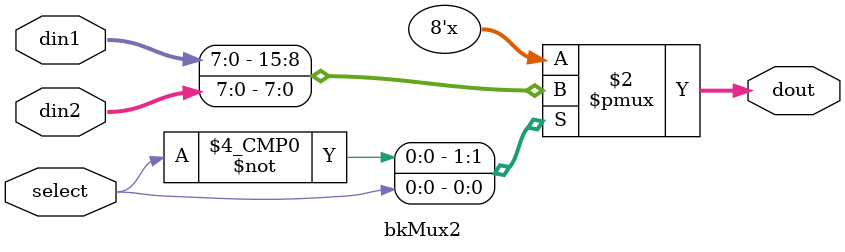
<source format=sv>
module bkMux2 #(
	parameter WIDTH=8
	) (
	input  wire 	[WIDTH-1:0] 	din1, din2,
	input  wire  	[0:0]		select,
	output reg	[WIDTH-1:0] 	dout
);


always_comb
begin
	case(select)
		1'b0:  	dout = din1;
		1'b1: 	dout = din2;

	endcase	
end 
endmodule
</source>
